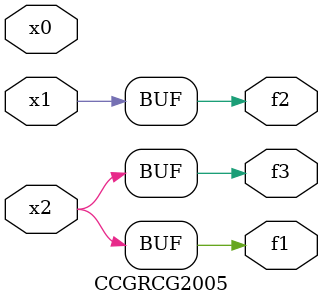
<source format=v>
module CCGRCG2005(
	input x0, x1, x2,
	output f1, f2, f3
);
	assign f1 = x2;
	assign f2 = x1;
	assign f3 = x2;
endmodule

</source>
